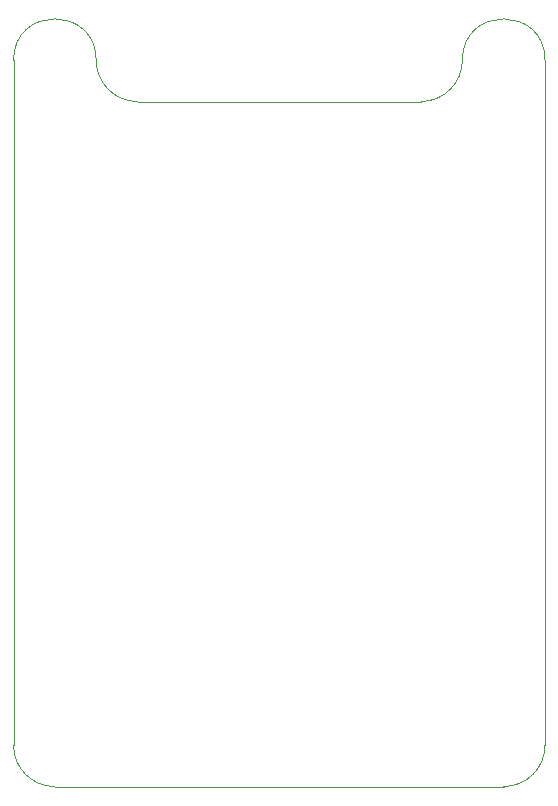
<source format=gbr>
%TF.GenerationSoftware,KiCad,Pcbnew,(5.1.7-0-10_14)*%
%TF.CreationDate,2020-10-15T21:04:02+02:00*%
%TF.ProjectId,Co2-Sensor,436f322d-5365-46e7-936f-722e6b696361,rev?*%
%TF.SameCoordinates,Original*%
%TF.FileFunction,Profile,NP*%
%FSLAX46Y46*%
G04 Gerber Fmt 4.6, Leading zero omitted, Abs format (unit mm)*
G04 Created by KiCad (PCBNEW (5.1.7-0-10_14)) date 2020-10-15 21:04:02*
%MOMM*%
%LPD*%
G01*
G04 APERTURE LIST*
%TA.AperFunction,Profile*%
%ADD10C,0.038100*%
%TD*%
G04 APERTURE END LIST*
D10*
X165500000Y-72500000D02*
G75*
G02*
X162000000Y-76000000I-3500000J0D01*
G01*
X138000000Y-76000000D02*
G75*
G02*
X134500000Y-72500000I0J3500000D01*
G01*
X131000000Y-134000000D02*
G75*
G02*
X127500000Y-130500000I0J3500000D01*
G01*
X172500000Y-130500000D02*
G75*
G02*
X169000000Y-134000000I-3500000J0D01*
G01*
X165500000Y-72500000D02*
G75*
G02*
X172500000Y-72500000I3500000J0D01*
G01*
X127500000Y-72500000D02*
G75*
G02*
X134500000Y-72500000I3500000J0D01*
G01*
X162000000Y-76000000D02*
X138000000Y-76000000D01*
X172500000Y-130500000D02*
X172500000Y-72500000D01*
X131000000Y-134000000D02*
X169000000Y-134000000D01*
X127500000Y-72500000D02*
X127500000Y-130500000D01*
M02*

</source>
